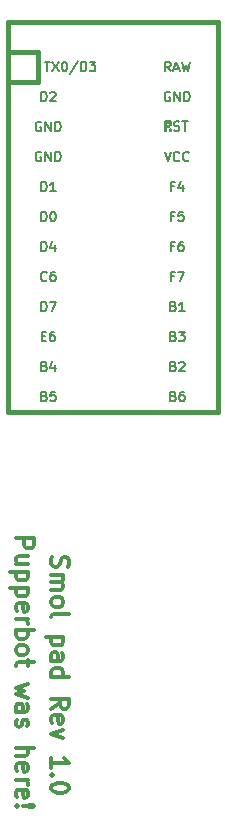
<source format=gto>
G04 #@! TF.GenerationSoftware,KiCad,Pcbnew,(5.1.4)-1*
G04 #@! TF.CreationDate,2020-08-22T19:17:11-06:00*
G04 #@! TF.ProjectId,smolPad,736d6f6c-5061-4642-9e6b-696361645f70,rev?*
G04 #@! TF.SameCoordinates,Original*
G04 #@! TF.FileFunction,Legend,Top*
G04 #@! TF.FilePolarity,Positive*
%FSLAX46Y46*%
G04 Gerber Fmt 4.6, Leading zero omitted, Abs format (unit mm)*
G04 Created by KiCad (PCBNEW (5.1.4)-1) date 2020-08-22 19:17:11*
%MOMM*%
%LPD*%
G04 APERTURE LIST*
%ADD10C,0.300000*%
%ADD11C,0.381000*%
%ADD12C,0.150000*%
%ADD13C,4.089800*%
%ADD14C,1.852000*%
%ADD15R,1.854600X1.854600*%
%ADD16C,1.854600*%
%ADD17R,1.702000X1.702000*%
%ADD18C,1.702000*%
%ADD19R,1.302000X1.702000*%
G04 APERTURE END LIST*
D10*
X123642857Y-96000000D02*
X123571428Y-96214285D01*
X123571428Y-96571428D01*
X123642857Y-96714285D01*
X123714285Y-96785714D01*
X123857142Y-96857142D01*
X124000000Y-96857142D01*
X124142857Y-96785714D01*
X124214285Y-96714285D01*
X124285714Y-96571428D01*
X124357142Y-96285714D01*
X124428571Y-96142857D01*
X124500000Y-96071428D01*
X124642857Y-96000000D01*
X124785714Y-96000000D01*
X124928571Y-96071428D01*
X125000000Y-96142857D01*
X125071428Y-96285714D01*
X125071428Y-96642857D01*
X125000000Y-96857142D01*
X123571428Y-97500000D02*
X124571428Y-97500000D01*
X124428571Y-97500000D02*
X124500000Y-97571428D01*
X124571428Y-97714285D01*
X124571428Y-97928571D01*
X124500000Y-98071428D01*
X124357142Y-98142857D01*
X123571428Y-98142857D01*
X124357142Y-98142857D02*
X124500000Y-98214285D01*
X124571428Y-98357142D01*
X124571428Y-98571428D01*
X124500000Y-98714285D01*
X124357142Y-98785714D01*
X123571428Y-98785714D01*
X123571428Y-99714285D02*
X123642857Y-99571428D01*
X123714285Y-99500000D01*
X123857142Y-99428571D01*
X124285714Y-99428571D01*
X124428571Y-99500000D01*
X124500000Y-99571428D01*
X124571428Y-99714285D01*
X124571428Y-99928571D01*
X124500000Y-100071428D01*
X124428571Y-100142857D01*
X124285714Y-100214285D01*
X123857142Y-100214285D01*
X123714285Y-100142857D01*
X123642857Y-100071428D01*
X123571428Y-99928571D01*
X123571428Y-99714285D01*
X123571428Y-101071428D02*
X123642857Y-100928571D01*
X123785714Y-100857142D01*
X125071428Y-100857142D01*
X124571428Y-102785714D02*
X123071428Y-102785714D01*
X124500000Y-102785714D02*
X124571428Y-102928571D01*
X124571428Y-103214285D01*
X124500000Y-103357142D01*
X124428571Y-103428571D01*
X124285714Y-103500000D01*
X123857142Y-103500000D01*
X123714285Y-103428571D01*
X123642857Y-103357142D01*
X123571428Y-103214285D01*
X123571428Y-102928571D01*
X123642857Y-102785714D01*
X123571428Y-104785714D02*
X124357142Y-104785714D01*
X124500000Y-104714285D01*
X124571428Y-104571428D01*
X124571428Y-104285714D01*
X124500000Y-104142857D01*
X123642857Y-104785714D02*
X123571428Y-104642857D01*
X123571428Y-104285714D01*
X123642857Y-104142857D01*
X123785714Y-104071428D01*
X123928571Y-104071428D01*
X124071428Y-104142857D01*
X124142857Y-104285714D01*
X124142857Y-104642857D01*
X124214285Y-104785714D01*
X123571428Y-106142857D02*
X125071428Y-106142857D01*
X123642857Y-106142857D02*
X123571428Y-106000000D01*
X123571428Y-105714285D01*
X123642857Y-105571428D01*
X123714285Y-105500000D01*
X123857142Y-105428571D01*
X124285714Y-105428571D01*
X124428571Y-105500000D01*
X124500000Y-105571428D01*
X124571428Y-105714285D01*
X124571428Y-106000000D01*
X124500000Y-106142857D01*
X123571428Y-108857142D02*
X124285714Y-108357142D01*
X123571428Y-108000000D02*
X125071428Y-108000000D01*
X125071428Y-108571428D01*
X125000000Y-108714285D01*
X124928571Y-108785714D01*
X124785714Y-108857142D01*
X124571428Y-108857142D01*
X124428571Y-108785714D01*
X124357142Y-108714285D01*
X124285714Y-108571428D01*
X124285714Y-108000000D01*
X123642857Y-110071428D02*
X123571428Y-109928571D01*
X123571428Y-109642857D01*
X123642857Y-109500000D01*
X123785714Y-109428571D01*
X124357142Y-109428571D01*
X124500000Y-109500000D01*
X124571428Y-109642857D01*
X124571428Y-109928571D01*
X124500000Y-110071428D01*
X124357142Y-110142857D01*
X124214285Y-110142857D01*
X124071428Y-109428571D01*
X124571428Y-110642857D02*
X123571428Y-111000000D01*
X124571428Y-111357142D01*
X123571428Y-113857142D02*
X123571428Y-113000000D01*
X123571428Y-113428571D02*
X125071428Y-113428571D01*
X124857142Y-113285714D01*
X124714285Y-113142857D01*
X124642857Y-113000000D01*
X123714285Y-114500000D02*
X123642857Y-114571428D01*
X123571428Y-114500000D01*
X123642857Y-114428571D01*
X123714285Y-114500000D01*
X123571428Y-114500000D01*
X125071428Y-115500000D02*
X125071428Y-115642857D01*
X125000000Y-115785714D01*
X124928571Y-115857142D01*
X124785714Y-115928571D01*
X124500000Y-116000000D01*
X124142857Y-116000000D01*
X123857142Y-115928571D01*
X123714285Y-115857142D01*
X123642857Y-115785714D01*
X123571428Y-115642857D01*
X123571428Y-115500000D01*
X123642857Y-115357142D01*
X123714285Y-115285714D01*
X123857142Y-115214285D01*
X124142857Y-115142857D01*
X124500000Y-115142857D01*
X124785714Y-115214285D01*
X124928571Y-115285714D01*
X125000000Y-115357142D01*
X125071428Y-115500000D01*
X120571428Y-94428571D02*
X122071428Y-94428571D01*
X122071428Y-95000000D01*
X122000000Y-95142857D01*
X121928571Y-95214285D01*
X121785714Y-95285714D01*
X121571428Y-95285714D01*
X121428571Y-95214285D01*
X121357142Y-95142857D01*
X121285714Y-95000000D01*
X121285714Y-94428571D01*
X121571428Y-96571428D02*
X120571428Y-96571428D01*
X121571428Y-95928571D02*
X120785714Y-95928571D01*
X120642857Y-96000000D01*
X120571428Y-96142857D01*
X120571428Y-96357142D01*
X120642857Y-96500000D01*
X120714285Y-96571428D01*
X121571428Y-97285714D02*
X120071428Y-97285714D01*
X121500000Y-97285714D02*
X121571428Y-97428571D01*
X121571428Y-97714285D01*
X121500000Y-97857142D01*
X121428571Y-97928571D01*
X121285714Y-98000000D01*
X120857142Y-98000000D01*
X120714285Y-97928571D01*
X120642857Y-97857142D01*
X120571428Y-97714285D01*
X120571428Y-97428571D01*
X120642857Y-97285714D01*
X121571428Y-98642857D02*
X120071428Y-98642857D01*
X121500000Y-98642857D02*
X121571428Y-98785714D01*
X121571428Y-99071428D01*
X121500000Y-99214285D01*
X121428571Y-99285714D01*
X121285714Y-99357142D01*
X120857142Y-99357142D01*
X120714285Y-99285714D01*
X120642857Y-99214285D01*
X120571428Y-99071428D01*
X120571428Y-98785714D01*
X120642857Y-98642857D01*
X120642857Y-100571428D02*
X120571428Y-100428571D01*
X120571428Y-100142857D01*
X120642857Y-100000000D01*
X120785714Y-99928571D01*
X121357142Y-99928571D01*
X121500000Y-100000000D01*
X121571428Y-100142857D01*
X121571428Y-100428571D01*
X121500000Y-100571428D01*
X121357142Y-100642857D01*
X121214285Y-100642857D01*
X121071428Y-99928571D01*
X120571428Y-101285714D02*
X121571428Y-101285714D01*
X121285714Y-101285714D02*
X121428571Y-101357142D01*
X121500000Y-101428571D01*
X121571428Y-101571428D01*
X121571428Y-101714285D01*
X120571428Y-102214285D02*
X122071428Y-102214285D01*
X121500000Y-102214285D02*
X121571428Y-102357142D01*
X121571428Y-102642857D01*
X121500000Y-102785714D01*
X121428571Y-102857142D01*
X121285714Y-102928571D01*
X120857142Y-102928571D01*
X120714285Y-102857142D01*
X120642857Y-102785714D01*
X120571428Y-102642857D01*
X120571428Y-102357142D01*
X120642857Y-102214285D01*
X120571428Y-103785714D02*
X120642857Y-103642857D01*
X120714285Y-103571428D01*
X120857142Y-103500000D01*
X121285714Y-103500000D01*
X121428571Y-103571428D01*
X121500000Y-103642857D01*
X121571428Y-103785714D01*
X121571428Y-104000000D01*
X121500000Y-104142857D01*
X121428571Y-104214285D01*
X121285714Y-104285714D01*
X120857142Y-104285714D01*
X120714285Y-104214285D01*
X120642857Y-104142857D01*
X120571428Y-104000000D01*
X120571428Y-103785714D01*
X121571428Y-104714285D02*
X121571428Y-105285714D01*
X122071428Y-104928571D02*
X120785714Y-104928571D01*
X120642857Y-105000000D01*
X120571428Y-105142857D01*
X120571428Y-105285714D01*
X121571428Y-106785714D02*
X120571428Y-107071428D01*
X121285714Y-107357142D01*
X120571428Y-107642857D01*
X121571428Y-107928571D01*
X120571428Y-109142857D02*
X121357142Y-109142857D01*
X121500000Y-109071428D01*
X121571428Y-108928571D01*
X121571428Y-108642857D01*
X121500000Y-108499999D01*
X120642857Y-109142857D02*
X120571428Y-108999999D01*
X120571428Y-108642857D01*
X120642857Y-108499999D01*
X120785714Y-108428571D01*
X120928571Y-108428571D01*
X121071428Y-108499999D01*
X121142857Y-108642857D01*
X121142857Y-108999999D01*
X121214285Y-109142857D01*
X120642857Y-109785714D02*
X120571428Y-109928571D01*
X120571428Y-110214285D01*
X120642857Y-110357142D01*
X120785714Y-110428571D01*
X120857142Y-110428571D01*
X121000000Y-110357142D01*
X121071428Y-110214285D01*
X121071428Y-109999999D01*
X121142857Y-109857142D01*
X121285714Y-109785714D01*
X121357142Y-109785714D01*
X121500000Y-109857142D01*
X121571428Y-109999999D01*
X121571428Y-110214285D01*
X121500000Y-110357142D01*
X120571428Y-112214285D02*
X122071428Y-112214285D01*
X120571428Y-112857142D02*
X121357142Y-112857142D01*
X121500000Y-112785714D01*
X121571428Y-112642857D01*
X121571428Y-112428571D01*
X121500000Y-112285714D01*
X121428571Y-112214285D01*
X120642857Y-114142857D02*
X120571428Y-114000000D01*
X120571428Y-113714285D01*
X120642857Y-113571428D01*
X120785714Y-113500000D01*
X121357142Y-113500000D01*
X121500000Y-113571428D01*
X121571428Y-113714285D01*
X121571428Y-114000000D01*
X121500000Y-114142857D01*
X121357142Y-114214285D01*
X121214285Y-114214285D01*
X121071428Y-113500000D01*
X120571428Y-114857142D02*
X121571428Y-114857142D01*
X121285714Y-114857142D02*
X121428571Y-114928571D01*
X121500000Y-115000000D01*
X121571428Y-115142857D01*
X121571428Y-115285714D01*
X120642857Y-116357142D02*
X120571428Y-116214285D01*
X120571428Y-115928571D01*
X120642857Y-115785714D01*
X120785714Y-115714285D01*
X121357142Y-115714285D01*
X121500000Y-115785714D01*
X121571428Y-115928571D01*
X121571428Y-116214285D01*
X121500000Y-116357142D01*
X121357142Y-116428571D01*
X121214285Y-116428571D01*
X121071428Y-115714285D01*
X120714285Y-117071428D02*
X120642857Y-117142857D01*
X120571428Y-117071428D01*
X120642857Y-117000000D01*
X120714285Y-117071428D01*
X120571428Y-117071428D01*
X121142857Y-117071428D02*
X122000000Y-117000000D01*
X122071428Y-117071428D01*
X122000000Y-117142857D01*
X121142857Y-117071428D01*
X122071428Y-117071428D01*
D11*
X119860000Y-53260000D02*
X119860000Y-83740000D01*
X119860000Y-83740000D02*
X137640000Y-83740000D01*
X137640000Y-83740000D02*
X137640000Y-53260000D01*
X122400000Y-53260000D02*
X122400000Y-55800000D01*
X122400000Y-55800000D02*
X119860000Y-55800000D01*
D12*
G36*
X133681568Y-59139360D02*
G01*
X133681568Y-59439360D01*
X133581568Y-59439360D01*
X133581568Y-59139360D01*
X133681568Y-59139360D01*
G37*
X133681568Y-59139360D02*
X133681568Y-59439360D01*
X133581568Y-59439360D01*
X133581568Y-59139360D01*
X133681568Y-59139360D01*
G36*
X133481568Y-59539360D02*
G01*
X133481568Y-59639360D01*
X133381568Y-59639360D01*
X133381568Y-59539360D01*
X133481568Y-59539360D01*
G37*
X133481568Y-59539360D02*
X133481568Y-59639360D01*
X133381568Y-59639360D01*
X133381568Y-59539360D01*
X133481568Y-59539360D01*
G36*
X133681568Y-59139360D02*
G01*
X133681568Y-59239360D01*
X133181568Y-59239360D01*
X133181568Y-59139360D01*
X133681568Y-59139360D01*
G37*
X133681568Y-59139360D02*
X133681568Y-59239360D01*
X133181568Y-59239360D01*
X133181568Y-59139360D01*
X133681568Y-59139360D01*
G36*
X133281568Y-59139360D02*
G01*
X133281568Y-59939360D01*
X133181568Y-59939360D01*
X133181568Y-59139360D01*
X133281568Y-59139360D01*
G37*
X133281568Y-59139360D02*
X133281568Y-59939360D01*
X133181568Y-59939360D01*
X133181568Y-59139360D01*
X133281568Y-59139360D01*
G36*
X133681568Y-59739360D02*
G01*
X133681568Y-59939360D01*
X133581568Y-59939360D01*
X133581568Y-59739360D01*
X133681568Y-59739360D01*
G37*
X133681568Y-59739360D02*
X133681568Y-59939360D01*
X133581568Y-59939360D01*
X133581568Y-59739360D01*
X133681568Y-59739360D01*
D11*
X137640000Y-53260000D02*
X137640000Y-50720000D01*
X137640000Y-50720000D02*
X119860000Y-50720000D01*
X119860000Y-50720000D02*
X119860000Y-53260000D01*
X122400000Y-53260000D02*
X119860000Y-53260000D01*
D12*
X133887190Y-79872857D02*
X134001476Y-79910952D01*
X134039571Y-79949047D01*
X134077666Y-80025238D01*
X134077666Y-80139523D01*
X134039571Y-80215714D01*
X134001476Y-80253809D01*
X133925285Y-80291904D01*
X133620523Y-80291904D01*
X133620523Y-79491904D01*
X133887190Y-79491904D01*
X133963380Y-79530000D01*
X134001476Y-79568095D01*
X134039571Y-79644285D01*
X134039571Y-79720476D01*
X134001476Y-79796666D01*
X133963380Y-79834761D01*
X133887190Y-79872857D01*
X133620523Y-79872857D01*
X134382428Y-79568095D02*
X134420523Y-79530000D01*
X134496714Y-79491904D01*
X134687190Y-79491904D01*
X134763380Y-79530000D01*
X134801476Y-79568095D01*
X134839571Y-79644285D01*
X134839571Y-79720476D01*
X134801476Y-79834761D01*
X134344333Y-80291904D01*
X134839571Y-80291904D01*
X133944333Y-72252857D02*
X133677666Y-72252857D01*
X133677666Y-72671904D02*
X133677666Y-71871904D01*
X134058619Y-71871904D01*
X134287190Y-71871904D02*
X134820523Y-71871904D01*
X134477666Y-72671904D01*
X133944333Y-69712857D02*
X133677666Y-69712857D01*
X133677666Y-70131904D02*
X133677666Y-69331904D01*
X134058619Y-69331904D01*
X134706238Y-69331904D02*
X134553857Y-69331904D01*
X134477666Y-69370000D01*
X134439571Y-69408095D01*
X134363380Y-69522380D01*
X134325285Y-69674761D01*
X134325285Y-69979523D01*
X134363380Y-70055714D01*
X134401476Y-70093809D01*
X134477666Y-70131904D01*
X134630047Y-70131904D01*
X134706238Y-70093809D01*
X134744333Y-70055714D01*
X134782428Y-69979523D01*
X134782428Y-69789047D01*
X134744333Y-69712857D01*
X134706238Y-69674761D01*
X134630047Y-69636666D01*
X134477666Y-69636666D01*
X134401476Y-69674761D01*
X134363380Y-69712857D01*
X134325285Y-69789047D01*
X133944333Y-67172857D02*
X133677666Y-67172857D01*
X133677666Y-67591904D02*
X133677666Y-66791904D01*
X134058619Y-66791904D01*
X134744333Y-66791904D02*
X134363380Y-66791904D01*
X134325285Y-67172857D01*
X134363380Y-67134761D01*
X134439571Y-67096666D01*
X134630047Y-67096666D01*
X134706238Y-67134761D01*
X134744333Y-67172857D01*
X134782428Y-67249047D01*
X134782428Y-67439523D01*
X134744333Y-67515714D01*
X134706238Y-67553809D01*
X134630047Y-67591904D01*
X134439571Y-67591904D01*
X134363380Y-67553809D01*
X134325285Y-67515714D01*
X133658619Y-54891904D02*
X133391952Y-54510952D01*
X133201476Y-54891904D02*
X133201476Y-54091904D01*
X133506238Y-54091904D01*
X133582428Y-54130000D01*
X133620523Y-54168095D01*
X133658619Y-54244285D01*
X133658619Y-54358571D01*
X133620523Y-54434761D01*
X133582428Y-54472857D01*
X133506238Y-54510952D01*
X133201476Y-54510952D01*
X133963380Y-54663333D02*
X134344333Y-54663333D01*
X133887190Y-54891904D02*
X134153857Y-54091904D01*
X134420523Y-54891904D01*
X134611000Y-54091904D02*
X134801476Y-54891904D01*
X134953857Y-54320476D01*
X135106238Y-54891904D01*
X135296714Y-54091904D01*
X133601476Y-56670000D02*
X133525285Y-56631904D01*
X133411000Y-56631904D01*
X133296714Y-56670000D01*
X133220523Y-56746190D01*
X133182428Y-56822380D01*
X133144333Y-56974761D01*
X133144333Y-57089047D01*
X133182428Y-57241428D01*
X133220523Y-57317619D01*
X133296714Y-57393809D01*
X133411000Y-57431904D01*
X133487190Y-57431904D01*
X133601476Y-57393809D01*
X133639571Y-57355714D01*
X133639571Y-57089047D01*
X133487190Y-57089047D01*
X133982428Y-57431904D02*
X133982428Y-56631904D01*
X134439571Y-57431904D01*
X134439571Y-56631904D01*
X134820523Y-57431904D02*
X134820523Y-56631904D01*
X135011000Y-56631904D01*
X135125285Y-56670000D01*
X135201476Y-56746190D01*
X135239571Y-56822380D01*
X135277666Y-56974761D01*
X135277666Y-57089047D01*
X135239571Y-57241428D01*
X135201476Y-57317619D01*
X135125285Y-57393809D01*
X135011000Y-57431904D01*
X134820523Y-57431904D01*
X133949786Y-59903809D02*
X134064072Y-59941904D01*
X134254548Y-59941904D01*
X134330739Y-59903809D01*
X134368834Y-59865714D01*
X134406929Y-59789523D01*
X134406929Y-59713333D01*
X134368834Y-59637142D01*
X134330739Y-59599047D01*
X134254548Y-59560952D01*
X134102167Y-59522857D01*
X134025977Y-59484761D01*
X133987881Y-59446666D01*
X133949786Y-59370476D01*
X133949786Y-59294285D01*
X133987881Y-59218095D01*
X134025977Y-59180000D01*
X134102167Y-59141904D01*
X134292643Y-59141904D01*
X134406929Y-59180000D01*
X134635500Y-59141904D02*
X135092643Y-59141904D01*
X134864072Y-59941904D02*
X134864072Y-59141904D01*
X133144333Y-61711904D02*
X133411000Y-62511904D01*
X133677666Y-61711904D01*
X134401476Y-62435714D02*
X134363380Y-62473809D01*
X134249095Y-62511904D01*
X134172904Y-62511904D01*
X134058619Y-62473809D01*
X133982428Y-62397619D01*
X133944333Y-62321428D01*
X133906238Y-62169047D01*
X133906238Y-62054761D01*
X133944333Y-61902380D01*
X133982428Y-61826190D01*
X134058619Y-61750000D01*
X134172904Y-61711904D01*
X134249095Y-61711904D01*
X134363380Y-61750000D01*
X134401476Y-61788095D01*
X135201476Y-62435714D02*
X135163380Y-62473809D01*
X135049095Y-62511904D01*
X134972904Y-62511904D01*
X134858619Y-62473809D01*
X134782428Y-62397619D01*
X134744333Y-62321428D01*
X134706238Y-62169047D01*
X134706238Y-62054761D01*
X134744333Y-61902380D01*
X134782428Y-61826190D01*
X134858619Y-61750000D01*
X134972904Y-61711904D01*
X135049095Y-61711904D01*
X135163380Y-61750000D01*
X135201476Y-61788095D01*
X133944333Y-64632857D02*
X133677666Y-64632857D01*
X133677666Y-65051904D02*
X133677666Y-64251904D01*
X134058619Y-64251904D01*
X134706238Y-64518571D02*
X134706238Y-65051904D01*
X134515761Y-64213809D02*
X134325285Y-64785238D01*
X134820523Y-64785238D01*
X133887190Y-74792857D02*
X134001476Y-74830952D01*
X134039571Y-74869047D01*
X134077666Y-74945238D01*
X134077666Y-75059523D01*
X134039571Y-75135714D01*
X134001476Y-75173809D01*
X133925285Y-75211904D01*
X133620523Y-75211904D01*
X133620523Y-74411904D01*
X133887190Y-74411904D01*
X133963380Y-74450000D01*
X134001476Y-74488095D01*
X134039571Y-74564285D01*
X134039571Y-74640476D01*
X134001476Y-74716666D01*
X133963380Y-74754761D01*
X133887190Y-74792857D01*
X133620523Y-74792857D01*
X134839571Y-75211904D02*
X134382428Y-75211904D01*
X134611000Y-75211904D02*
X134611000Y-74411904D01*
X134534809Y-74526190D01*
X134458619Y-74602380D01*
X134382428Y-74640476D01*
X133887190Y-77332857D02*
X134001476Y-77370952D01*
X134039571Y-77409047D01*
X134077666Y-77485238D01*
X134077666Y-77599523D01*
X134039571Y-77675714D01*
X134001476Y-77713809D01*
X133925285Y-77751904D01*
X133620523Y-77751904D01*
X133620523Y-76951904D01*
X133887190Y-76951904D01*
X133963380Y-76990000D01*
X134001476Y-77028095D01*
X134039571Y-77104285D01*
X134039571Y-77180476D01*
X134001476Y-77256666D01*
X133963380Y-77294761D01*
X133887190Y-77332857D01*
X133620523Y-77332857D01*
X134344333Y-76951904D02*
X134839571Y-76951904D01*
X134572904Y-77256666D01*
X134687190Y-77256666D01*
X134763380Y-77294761D01*
X134801476Y-77332857D01*
X134839571Y-77409047D01*
X134839571Y-77599523D01*
X134801476Y-77675714D01*
X134763380Y-77713809D01*
X134687190Y-77751904D01*
X134458619Y-77751904D01*
X134382428Y-77713809D01*
X134344333Y-77675714D01*
X133887190Y-82412857D02*
X134001476Y-82450952D01*
X134039571Y-82489047D01*
X134077666Y-82565238D01*
X134077666Y-82679523D01*
X134039571Y-82755714D01*
X134001476Y-82793809D01*
X133925285Y-82831904D01*
X133620523Y-82831904D01*
X133620523Y-82031904D01*
X133887190Y-82031904D01*
X133963380Y-82070000D01*
X134001476Y-82108095D01*
X134039571Y-82184285D01*
X134039571Y-82260476D01*
X134001476Y-82336666D01*
X133963380Y-82374761D01*
X133887190Y-82412857D01*
X133620523Y-82412857D01*
X134763380Y-82031904D02*
X134611000Y-82031904D01*
X134534809Y-82070000D01*
X134496714Y-82108095D01*
X134420523Y-82222380D01*
X134382428Y-82374761D01*
X134382428Y-82679523D01*
X134420523Y-82755714D01*
X134458619Y-82793809D01*
X134534809Y-82831904D01*
X134687190Y-82831904D01*
X134763380Y-82793809D01*
X134801476Y-82755714D01*
X134839571Y-82679523D01*
X134839571Y-82489047D01*
X134801476Y-82412857D01*
X134763380Y-82374761D01*
X134687190Y-82336666D01*
X134534809Y-82336666D01*
X134458619Y-82374761D01*
X134420523Y-82412857D01*
X134382428Y-82489047D01*
X122965190Y-82412857D02*
X123079476Y-82450952D01*
X123117571Y-82489047D01*
X123155666Y-82565238D01*
X123155666Y-82679523D01*
X123117571Y-82755714D01*
X123079476Y-82793809D01*
X123003285Y-82831904D01*
X122698523Y-82831904D01*
X122698523Y-82031904D01*
X122965190Y-82031904D01*
X123041380Y-82070000D01*
X123079476Y-82108095D01*
X123117571Y-82184285D01*
X123117571Y-82260476D01*
X123079476Y-82336666D01*
X123041380Y-82374761D01*
X122965190Y-82412857D01*
X122698523Y-82412857D01*
X123879476Y-82031904D02*
X123498523Y-82031904D01*
X123460428Y-82412857D01*
X123498523Y-82374761D01*
X123574714Y-82336666D01*
X123765190Y-82336666D01*
X123841380Y-82374761D01*
X123879476Y-82412857D01*
X123917571Y-82489047D01*
X123917571Y-82679523D01*
X123879476Y-82755714D01*
X123841380Y-82793809D01*
X123765190Y-82831904D01*
X123574714Y-82831904D01*
X123498523Y-82793809D01*
X123460428Y-82755714D01*
X122965190Y-79872857D02*
X123079476Y-79910952D01*
X123117571Y-79949047D01*
X123155666Y-80025238D01*
X123155666Y-80139523D01*
X123117571Y-80215714D01*
X123079476Y-80253809D01*
X123003285Y-80291904D01*
X122698523Y-80291904D01*
X122698523Y-79491904D01*
X122965190Y-79491904D01*
X123041380Y-79530000D01*
X123079476Y-79568095D01*
X123117571Y-79644285D01*
X123117571Y-79720476D01*
X123079476Y-79796666D01*
X123041380Y-79834761D01*
X122965190Y-79872857D01*
X122698523Y-79872857D01*
X123841380Y-79758571D02*
X123841380Y-80291904D01*
X123650904Y-79453809D02*
X123460428Y-80025238D01*
X123955666Y-80025238D01*
X122736619Y-77332857D02*
X123003285Y-77332857D01*
X123117571Y-77751904D02*
X122736619Y-77751904D01*
X122736619Y-76951904D01*
X123117571Y-76951904D01*
X123803285Y-76951904D02*
X123650904Y-76951904D01*
X123574714Y-76990000D01*
X123536619Y-77028095D01*
X123460428Y-77142380D01*
X123422333Y-77294761D01*
X123422333Y-77599523D01*
X123460428Y-77675714D01*
X123498523Y-77713809D01*
X123574714Y-77751904D01*
X123727095Y-77751904D01*
X123803285Y-77713809D01*
X123841380Y-77675714D01*
X123879476Y-77599523D01*
X123879476Y-77409047D01*
X123841380Y-77332857D01*
X123803285Y-77294761D01*
X123727095Y-77256666D01*
X123574714Y-77256666D01*
X123498523Y-77294761D01*
X123460428Y-77332857D01*
X123422333Y-77409047D01*
X122698523Y-75211904D02*
X122698523Y-74411904D01*
X122889000Y-74411904D01*
X123003285Y-74450000D01*
X123079476Y-74526190D01*
X123117571Y-74602380D01*
X123155666Y-74754761D01*
X123155666Y-74869047D01*
X123117571Y-75021428D01*
X123079476Y-75097619D01*
X123003285Y-75173809D01*
X122889000Y-75211904D01*
X122698523Y-75211904D01*
X123422333Y-74411904D02*
X123955666Y-74411904D01*
X123612809Y-75211904D01*
X123155666Y-72595714D02*
X123117571Y-72633809D01*
X123003285Y-72671904D01*
X122927095Y-72671904D01*
X122812809Y-72633809D01*
X122736619Y-72557619D01*
X122698523Y-72481428D01*
X122660428Y-72329047D01*
X122660428Y-72214761D01*
X122698523Y-72062380D01*
X122736619Y-71986190D01*
X122812809Y-71910000D01*
X122927095Y-71871904D01*
X123003285Y-71871904D01*
X123117571Y-71910000D01*
X123155666Y-71948095D01*
X123841380Y-71871904D02*
X123689000Y-71871904D01*
X123612809Y-71910000D01*
X123574714Y-71948095D01*
X123498523Y-72062380D01*
X123460428Y-72214761D01*
X123460428Y-72519523D01*
X123498523Y-72595714D01*
X123536619Y-72633809D01*
X123612809Y-72671904D01*
X123765190Y-72671904D01*
X123841380Y-72633809D01*
X123879476Y-72595714D01*
X123917571Y-72519523D01*
X123917571Y-72329047D01*
X123879476Y-72252857D01*
X123841380Y-72214761D01*
X123765190Y-72176666D01*
X123612809Y-72176666D01*
X123536619Y-72214761D01*
X123498523Y-72252857D01*
X123460428Y-72329047D01*
X122698523Y-70131904D02*
X122698523Y-69331904D01*
X122889000Y-69331904D01*
X123003285Y-69370000D01*
X123079476Y-69446190D01*
X123117571Y-69522380D01*
X123155666Y-69674761D01*
X123155666Y-69789047D01*
X123117571Y-69941428D01*
X123079476Y-70017619D01*
X123003285Y-70093809D01*
X122889000Y-70131904D01*
X122698523Y-70131904D01*
X123841380Y-69598571D02*
X123841380Y-70131904D01*
X123650904Y-69293809D02*
X123460428Y-69865238D01*
X123955666Y-69865238D01*
X122679476Y-59210000D02*
X122603285Y-59171904D01*
X122489000Y-59171904D01*
X122374714Y-59210000D01*
X122298523Y-59286190D01*
X122260428Y-59362380D01*
X122222333Y-59514761D01*
X122222333Y-59629047D01*
X122260428Y-59781428D01*
X122298523Y-59857619D01*
X122374714Y-59933809D01*
X122489000Y-59971904D01*
X122565190Y-59971904D01*
X122679476Y-59933809D01*
X122717571Y-59895714D01*
X122717571Y-59629047D01*
X122565190Y-59629047D01*
X123060428Y-59971904D02*
X123060428Y-59171904D01*
X123517571Y-59971904D01*
X123517571Y-59171904D01*
X123898523Y-59971904D02*
X123898523Y-59171904D01*
X124089000Y-59171904D01*
X124203285Y-59210000D01*
X124279476Y-59286190D01*
X124317571Y-59362380D01*
X124355666Y-59514761D01*
X124355666Y-59629047D01*
X124317571Y-59781428D01*
X124279476Y-59857619D01*
X124203285Y-59933809D01*
X124089000Y-59971904D01*
X123898523Y-59971904D01*
X122679476Y-61750000D02*
X122603285Y-61711904D01*
X122489000Y-61711904D01*
X122374714Y-61750000D01*
X122298523Y-61826190D01*
X122260428Y-61902380D01*
X122222333Y-62054761D01*
X122222333Y-62169047D01*
X122260428Y-62321428D01*
X122298523Y-62397619D01*
X122374714Y-62473809D01*
X122489000Y-62511904D01*
X122565190Y-62511904D01*
X122679476Y-62473809D01*
X122717571Y-62435714D01*
X122717571Y-62169047D01*
X122565190Y-62169047D01*
X123060428Y-62511904D02*
X123060428Y-61711904D01*
X123517571Y-62511904D01*
X123517571Y-61711904D01*
X123898523Y-62511904D02*
X123898523Y-61711904D01*
X124089000Y-61711904D01*
X124203285Y-61750000D01*
X124279476Y-61826190D01*
X124317571Y-61902380D01*
X124355666Y-62054761D01*
X124355666Y-62169047D01*
X124317571Y-62321428D01*
X124279476Y-62397619D01*
X124203285Y-62473809D01*
X124089000Y-62511904D01*
X123898523Y-62511904D01*
X122698523Y-65051904D02*
X122698523Y-64251904D01*
X122889000Y-64251904D01*
X123003285Y-64290000D01*
X123079476Y-64366190D01*
X123117571Y-64442380D01*
X123155666Y-64594761D01*
X123155666Y-64709047D01*
X123117571Y-64861428D01*
X123079476Y-64937619D01*
X123003285Y-65013809D01*
X122889000Y-65051904D01*
X122698523Y-65051904D01*
X123917571Y-65051904D02*
X123460428Y-65051904D01*
X123689000Y-65051904D02*
X123689000Y-64251904D01*
X123612809Y-64366190D01*
X123536619Y-64442380D01*
X123460428Y-64480476D01*
X122698523Y-67591904D02*
X122698523Y-66791904D01*
X122889000Y-66791904D01*
X123003285Y-66830000D01*
X123079476Y-66906190D01*
X123117571Y-66982380D01*
X123155666Y-67134761D01*
X123155666Y-67249047D01*
X123117571Y-67401428D01*
X123079476Y-67477619D01*
X123003285Y-67553809D01*
X122889000Y-67591904D01*
X122698523Y-67591904D01*
X123650904Y-66791904D02*
X123727095Y-66791904D01*
X123803285Y-66830000D01*
X123841380Y-66868095D01*
X123879476Y-66944285D01*
X123917571Y-67096666D01*
X123917571Y-67287142D01*
X123879476Y-67439523D01*
X123841380Y-67515714D01*
X123803285Y-67553809D01*
X123727095Y-67591904D01*
X123650904Y-67591904D01*
X123574714Y-67553809D01*
X123536619Y-67515714D01*
X123498523Y-67439523D01*
X123460428Y-67287142D01*
X123460428Y-67096666D01*
X123498523Y-66944285D01*
X123536619Y-66868095D01*
X123574714Y-66830000D01*
X123650904Y-66791904D01*
X122698523Y-57431904D02*
X122698523Y-56631904D01*
X122889000Y-56631904D01*
X123003285Y-56670000D01*
X123079476Y-56746190D01*
X123117571Y-56822380D01*
X123155666Y-56974761D01*
X123155666Y-57089047D01*
X123117571Y-57241428D01*
X123079476Y-57317619D01*
X123003285Y-57393809D01*
X122889000Y-57431904D01*
X122698523Y-57431904D01*
X123460428Y-56708095D02*
X123498523Y-56670000D01*
X123574714Y-56631904D01*
X123765190Y-56631904D01*
X123841380Y-56670000D01*
X123879476Y-56708095D01*
X123917571Y-56784285D01*
X123917571Y-56860476D01*
X123879476Y-56974761D01*
X123422333Y-57431904D01*
X123917571Y-57431904D01*
X122987651Y-54091904D02*
X123444794Y-54091904D01*
X123216223Y-54891904D02*
X123216223Y-54091904D01*
X123635270Y-54091904D02*
X124168604Y-54891904D01*
X124168604Y-54091904D02*
X123635270Y-54891904D01*
X124625747Y-54091904D02*
X124701937Y-54091904D01*
X124778128Y-54130000D01*
X124816223Y-54168095D01*
X124854318Y-54244285D01*
X124892413Y-54396666D01*
X124892413Y-54587142D01*
X124854318Y-54739523D01*
X124816223Y-54815714D01*
X124778128Y-54853809D01*
X124701937Y-54891904D01*
X124625747Y-54891904D01*
X124549556Y-54853809D01*
X124511461Y-54815714D01*
X124473366Y-54739523D01*
X124435270Y-54587142D01*
X124435270Y-54396666D01*
X124473366Y-54244285D01*
X124511461Y-54168095D01*
X124549556Y-54130000D01*
X124625747Y-54091904D01*
X125806699Y-54053809D02*
X125120985Y-55082380D01*
X126073366Y-54891904D02*
X126073366Y-54091904D01*
X126263842Y-54091904D01*
X126378128Y-54130000D01*
X126454318Y-54206190D01*
X126492413Y-54282380D01*
X126530508Y-54434761D01*
X126530508Y-54549047D01*
X126492413Y-54701428D01*
X126454318Y-54777619D01*
X126378128Y-54853809D01*
X126263842Y-54891904D01*
X126073366Y-54891904D01*
X126797175Y-54091904D02*
X127292413Y-54091904D01*
X127025747Y-54396666D01*
X127140032Y-54396666D01*
X127216223Y-54434761D01*
X127254318Y-54472857D01*
X127292413Y-54549047D01*
X127292413Y-54739523D01*
X127254318Y-54815714D01*
X127216223Y-54853809D01*
X127140032Y-54891904D01*
X126911461Y-54891904D01*
X126835270Y-54853809D01*
X126797175Y-54815714D01*
%LPC*%
D13*
X155000000Y-98000000D03*
D14*
X149920000Y-98000000D03*
X160080000Y-98000000D03*
X160080000Y-117000000D03*
X149920000Y-117000000D03*
D13*
X155000000Y-117000000D03*
X193000000Y-79000000D03*
D14*
X187920000Y-79000000D03*
X198080000Y-79000000D03*
X179080000Y-98000000D03*
X168920000Y-98000000D03*
D13*
X174000000Y-98000000D03*
X174000000Y-117000000D03*
D14*
X168920000Y-117000000D03*
X179080000Y-117000000D03*
D13*
X174000000Y-60000000D03*
D14*
X168920000Y-60000000D03*
X179080000Y-60000000D03*
X160080000Y-79000000D03*
X149920000Y-79000000D03*
D13*
X155000000Y-79000000D03*
X155000000Y-60000000D03*
D14*
X149920000Y-60000000D03*
X160080000Y-60000000D03*
X198080000Y-60000000D03*
X187920000Y-60000000D03*
D13*
X193000000Y-60000000D03*
D14*
X179080000Y-79000000D03*
X168920000Y-79000000D03*
D13*
X174000000Y-79000000D03*
X193000000Y-98000000D03*
D14*
X187920000Y-98000000D03*
X198080000Y-98000000D03*
X198080000Y-117000000D03*
X187920000Y-117000000D03*
D13*
X193000000Y-117000000D03*
D15*
X121130000Y-54530000D03*
D16*
X121130000Y-57070000D03*
X121130000Y-59610000D03*
X121130000Y-62150000D03*
X121130000Y-64690000D03*
X121130000Y-67230000D03*
X121130000Y-69770000D03*
X121130000Y-72310000D03*
X121130000Y-74850000D03*
X121130000Y-77390000D03*
X121130000Y-79930000D03*
X136370000Y-82470000D03*
X136370000Y-79930000D03*
X136370000Y-77390000D03*
X136370000Y-74850000D03*
X136370000Y-72310000D03*
X136370000Y-69770000D03*
X136370000Y-67230000D03*
X136370000Y-64690000D03*
X136370000Y-62150000D03*
X136370000Y-59610000D03*
X136370000Y-57070000D03*
X121130000Y-82470000D03*
X136370000Y-54530000D03*
D17*
X163512500Y-63837500D03*
D18*
X163512500Y-56037500D03*
D19*
X163512500Y-61337500D03*
X163512500Y-58537500D03*
X182600000Y-58500000D03*
X182600000Y-61300000D03*
D18*
X182600000Y-56000000D03*
D17*
X182600000Y-63800000D03*
X201612500Y-63900000D03*
D18*
X201612500Y-56100000D03*
D19*
X201612500Y-61400000D03*
X201612500Y-58600000D03*
X163512500Y-77592500D03*
X163512500Y-80392500D03*
D18*
X163512500Y-75092500D03*
D17*
X163512500Y-82892500D03*
X182562500Y-82900000D03*
D18*
X182562500Y-75100000D03*
D19*
X182562500Y-80400000D03*
X182562500Y-77600000D03*
X201612500Y-77592500D03*
X201612500Y-80392500D03*
D18*
X201612500Y-75092500D03*
D17*
X201612500Y-82892500D03*
X163512500Y-101942500D03*
D18*
X163512500Y-94142500D03*
D19*
X163512500Y-99442500D03*
X163512500Y-96642500D03*
X182562500Y-96642500D03*
X182562500Y-99442500D03*
D18*
X182562500Y-94142500D03*
D17*
X182562500Y-101942500D03*
X201612500Y-101942500D03*
D18*
X201612500Y-94142500D03*
D19*
X201612500Y-99442500D03*
X201612500Y-96642500D03*
X163512500Y-115350000D03*
X163512500Y-118150000D03*
D18*
X163512500Y-112850000D03*
D17*
X163512500Y-120650000D03*
X182562500Y-120650000D03*
D18*
X182562500Y-112850000D03*
D19*
X182562500Y-118150000D03*
X182562500Y-115350000D03*
X201612500Y-115400000D03*
X201612500Y-118200000D03*
D18*
X201612500Y-112900000D03*
D17*
X201612500Y-120700000D03*
M02*

</source>
